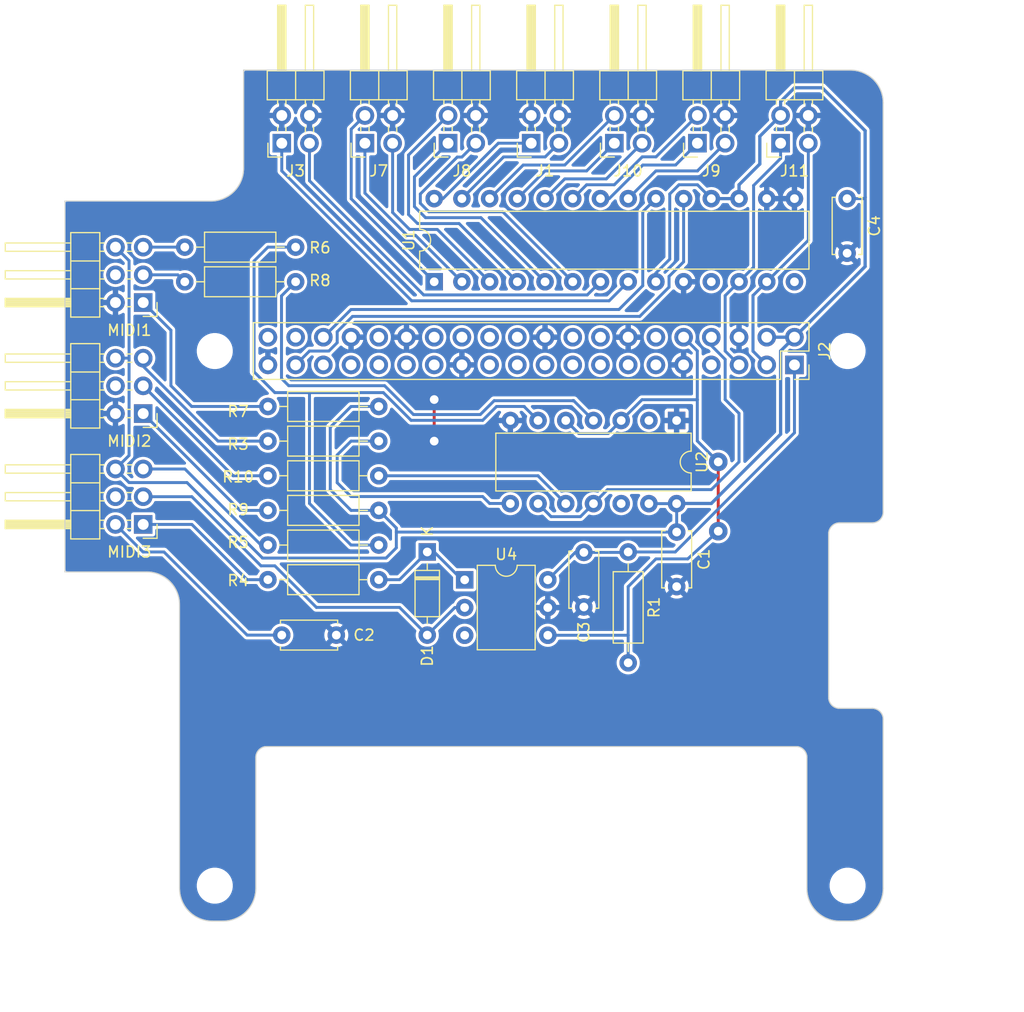
<source format=kicad_pcb>
(kicad_pcb (version 20240108) (generator "pcbnew") (generator_version "8.0")
  (title_block (date "15 nov 2012"))
  (layers (0 "F.Cu" signal) (31 "B.Cu" signal) (34 "B.Paste" user) (35 "F.Paste" user) (36 "B.SilkS" user "B.Silkscreen") (37 "F.SilkS" user "F.Silkscreen") (38 "B.Mask" user) (39 "F.Mask" user) (44 "Edge.Cuts" user))
  (net 0 "")
  (net 1 "GND")
  (net 2 "+5V")
  (net 3 "+3.3V")
  (net 4 "Net-(MIDI3-Pin_2)")
  (net 5 "Net-(D1-K)")
  (net 6 "Net-(D1-A)")
  (net 7 "/SDA")
  (net 8 "/SCK")
  (net 10 "/MIDI_OUT")
  (net 11 "/MIDI_IN")
  (net 32 "/INTA")
  (net 33 "/INTB")
  (net 36 "/GPA6")
  (net 37 "/GPA7")
  (net 38 "/GPB6")
  (net 39 "/GPB7")
  (net 40 "Net-(MIDI1-Pin_1)")
  (net 41 "Net-(MIDI2-Pin_1)")
  (net 42 "Net-(MIDI3-Pin_1)")
  (net 43 "Net-(R8-Pad2)")
  (net 44 "Net-(R3-Pad2)")
  (net 45 "Net-(R5-Pad2)")
  (net 46 "Net-(R10-Pad2)")
  (net 50 "Net-(MIDI1-Pin_3)")
  (net 51 "Net-(MIDI1-Pin_5)")
  (net 52 "Net-(MIDI2-Pin_3)")
  (net 53 "Net-(MIDI2-Pin_5)")
  (net 54 "Net-(MIDI3-Pin_5)")
  (net 55 "/GPB1")
  (net 56 "/GPB2")
  (net 57 "/GPB0")
  (net 58 "/GPB4")
  (net 59 "/GPB5")
  (net 60 "/GPB3")
  (net 61 "/GPA1")
  (net 62 "/GPA2")
  (net 63 "/GPA0")
  (net 64 "/GPA4")
  (net 65 "/GPA5")
  (net 66 "/GPA3")
  (footprint "Resistor_THT:R_Axial_DIN0207_L6.3mm_D2.5mm_P10.16mm_Horizontal" (layer "F.Cu") (at 168.70868 116.95868)
    (property "Reference" "R5")
    (property "Value" "1k")
  )
  (footprint "Connector_PinSocket_2.54mm:PinSocket_2x20_P2.54mm_Vertical" (layer "F.Cu") (at 216.96868 100.44868 -90)
    (property "Reference" "J2")
    (property "Value" "Raspberry_Pi_2_3")
  )
  (footprint "Resistor_THT:R_Axial_DIN0207_L6.3mm_D2.5mm_P10.16mm_Horizontal" (layer "F.Cu") (at 168.70868 107.43368)
    (property "Reference" "R3")
    (property "Value" "1k")
  )
  (footprint "MountingHole:MountingHole_2.7mm_M2.5" (layer "F.Cu") (at 221.83868 99.17868)
    (property "Reference" "MH2" (hide yes))
    (property "Value" "MountingHole")
  )
  (footprint "Resistor_THT:R_Axial_DIN0207_L6.3mm_D2.5mm_P10.16mm_Horizontal" (layer "F.Cu") (at 168.70868 113.78368)
    (property "Reference" "R9")
    (property "Value" "220")
  )
  (footprint "Connector_PinHeader_2.54mm:PinHeader_2x03_P2.54mm_Horizontal" (layer "F.Cu") (at 157.27868 94.73368 180)
    (property "Reference" "MIDI1")
    (property "Value" "MIDI_THRU")
  )
  (footprint "Connector_PinHeader_2.54mm:PinHeader_2x03_P2.54mm_Horizontal" (layer "F.Cu") (at 157.27868 104.90868 180)
    (property "Reference" "MIDI2")
    (property "Value" "MIDI_OUT")
  )
  (footprint "Connector_PinHeader_2.54mm:PinHeader_2x03_P2.54mm_Horizontal" (layer "F.Cu") (at 157.27868 115.06868 180)
    (property "Reference" "MIDI3")
    (property "Value" "MIDI_IN")
  )
  (footprint "Resistor_THT:R_Axial_DIN0207_L6.3mm_D2.5mm_P10.16mm_Horizontal" (layer "F.Cu") (at 168.70868 120.13368)
    (property "Reference" "R4")
    (property "Value" "220")
  )
  (footprint "Connector_PinHeader_2.54mm:PinHeader_2x02_P2.54mm_Horizontal" (layer "F.Cu") (at 200.45868 80.12868 90)
    (property "Reference" "J10")
    (property "Value" "Ctrl-2")
  )
  (footprint "Package_DIP:DIP-6_W7.62mm" (layer "F.Cu") (at 186.74268 120.14868)
    (property "Reference" "U4")
    (property "Value" "H11L1")
  )
  (footprint "Connector_PinHeader_2.54mm:PinHeader_2x02_P2.54mm_Horizontal" (layer "F.Cu") (at 177.59868 80.12868 90)
    (property "Reference" "J7")
    (property "Value" "Ctrl-3")
  )
  (footprint "Resistor_THT:R_Axial_DIN0207_L6.3mm_D2.5mm_P10.16mm_Horizontal" (layer "F.Cu") (at 161.08868 92.82868)
    (property "Reference" "R8")
    (property "Value" "220")
  )
  (footprint "Resistor_THT:R_Axial_DIN0207_L6.3mm_D2.5mm_P10.16mm_Horizontal" (layer "F.Cu") (at 168.70868 110.60868)
    (property "Reference" "R10")
    (property "Value" "220")
  )
  (footprint "Capacitor_THT:C_Disc_D5.0mm_W2.5mm_P5.00mm" (layer "F.Cu") (at 197.66468 117.63368 -90)
    (property "Reference" "C3")
    (property "Value" "100n")
  )
  (footprint "MountingHole:MountingHole_2.7mm_M2.5" (layer "F.Cu") (at 163.83868 148.17868)
    (property "Reference" "MH3" (hide yes))
    (property "Value" "MountingHole")
  )
  (footprint "Connector_PinHeader_2.54mm:PinHeader_2x02_P2.54mm_Horizontal" (layer "F.Cu") (at 185.21868 80.12868 90)
    (property "Reference" "J8")
    (property "Value" "Ctrl-4")
  )
  (footprint "Resistor_THT:R_Axial_DIN0207_L6.3mm_D2.5mm_P10.16mm_Horizontal" (layer "F.Cu") (at 168.70868 104.25868)
    (property "Reference" "R7")
    (property "Value" "220")
  )
  (footprint "MountingHole:MountingHole_2.7mm_M2.5" (layer "F.Cu") (at 163.83868 99.17868)
    (property "Reference" "MH1" (hide yes))
    (property "Value" "MountingHole")
  )
  (footprint "Diode_THT:D_DO-35_SOD27_P7.62mm_Horizontal" (layer "F.Cu") (at 183.31368 117.59368 -90)
    (property "Reference" "D1")
    (property "Value" "1N4148")
  )
  (footprint "Package_DIP:DIP-28_W7.62mm" (layer "F.Cu") (at 183.94868 92.82868 90)
    (property "Reference" "U1")
    (property "Value" "MCP23017_SP")
  )
  (footprint "Connector_PinHeader_2.54mm:PinHeader_2x02_P2.54mm_Horizontal" (layer "F.Cu") (at 208.07368 80.12868 90)
    (property "Reference" "J9")
    (property "Value" "Ctrl-1")
  )
  (footprint "Resistor_THT:R_Axial_DIN0207_L6.3mm_D2.5mm_P10.16mm_Horizontal" (layer "F.Cu") (at 161.08868 89.65368)
    (property "Reference" "R6")
    (property "Value" "1k")
  )
  (footprint "Resistor_THT:R_Axial_DIN0207_L6.3mm_D2.5mm_P10.16mm_Horizontal" (layer "F.Cu") (at 201.72868 117.59368 -90)
    (property "Reference" "R1")
    (property "Value" "470")
  )
  (footprint "Capacitor_THT:C_Disc_D5.0mm_W2.5mm_P5.00mm" (layer "F.Cu") (at 206.17368 115.76868 -90)
    (property "Reference" "C1")
    (property "Value" "100n")
  )
  (footprint "MountingHole:MountingHole_2.7mm_M2.5" (layer "F.Cu") (at 221.83868 148.17868)
    (property "Reference" "MH4" (hide yes))
    (property "Value" "MountingHole")
  )
  (footprint "Capacitor_THT:C_Disc_D5.0mm_W2.5mm_P5.00mm" (layer "F.Cu") (at 221.79468 85.20868 -90)
    (property "Reference" "C4")
    (property "Value" "100n")
  )
  (footprint "Package_DIP:DIP-14_W7.62mm" (layer "F.Cu") (at 206.16868 105.54368 -90)
    (property "Reference" "U2")
    (property "Value" "74LS07")
  )
  (footprint "Connector_PinHeader_2.54mm:PinHeader_2x02_P2.54mm_Horizontal" (layer "F.Cu") (at 169.97868 80.12868 90)
    (property "Reference" "J3")
    (property "Value" "Btn-2")
  )
  (footprint "Capacitor_THT:C_Disc_D5.0mm_W2.5mm_P5.00mm" (layer "F.Cu") (at 169.97868 125.21368)
    (property "Reference" "C2")
    (property "Value" "100n")
  )
  (footprint "Connector_PinHeader_2.54mm:PinHeader_2x02_P2.54mm_Horizontal" (layer "F.Cu") (at 215.69868 80.12868 90)
    (property "Reference" "J11")
    (property "Value" "Display")
  )
  (footprint "Connector_PinHeader_2.54mm:PinHeader_2x02_P2.54mm_Horizontal" (layer "F.Cu") (at 192.83868 80.12868 90)
    (property "Reference" "J1")
    (property "Value" "Btn-1")
  )
  (gr_line (start 225.105407 113.926361) (end 225.105407 76.426361) (stroke (width 0.1)) (layer "Edge.Cuts"))
  (gr_line (start 222.105407 73.426361) (end 166.47868 73.426361) (stroke (width 0.1)) (layer "Edge.Cuts"))
  (gr_line (start 160.605407 122.426361) (end 160.605407 148.426361) (stroke (width 0.1)) (layer "Edge.Cuts"))
  (gr_arc (start 167.605407 148.426361) (mid 166.726727 150.547681) (end 164.605407 151.426361) (stroke (width 0.1)) (layer "Edge.Cuts"))
  (gr_arc (start 220.105407 115.926361) (mid 220.3983 115.219254) (end 221.105407 114.926361) (stroke (width 0.1)) (layer "Edge.Cuts"))
  (gr_line (start 150.105407 119.426361) (end 157.605407 119.426361) (stroke (width 0.1)) (layer "Edge.Cuts"))
  (gr_arc (start 157.605407 119.426361) (mid 159.726727 120.305041) (end 160.605407 122.426361) (stroke (width 0.1)) (layer "Edge.Cuts"))
  (gr_line (start 168.605407 135.426361) (end 217.105407 135.426361) (stroke (width 0.1)) (layer "Edge.Cuts"))
  (gr_line (start 167.605407 148.426361) (end 167.605407 136.426361) (stroke (width 0.1)) (layer "Edge.Cuts"))
  (gr_arc (start 221.105407 131.926361) (mid 220.3983 131.633468) (end 220.105407 130.926361) (stroke (width 0.1)) (layer "Edge.Cuts"))
  (gr_line (start 221.105407 151.426361) (end 222.105407 151.426361) (stroke (width 0.1)) (layer "Edge.Cuts"))
  (gr_line (start 220.105407 130.926361) (end 220.105407 115.926361) (stroke (width 0.1)) (layer "Edge.Cuts"))
  (gr_line (start 163.478687 85.426361) (end 150.105407 85.426361) (stroke (width 0.1)) (layer "Edge.Cuts"))
  (gr_arc (start 217.105407 135.426361) (mid 217.812514 135.719254) (end 218.105407 136.426361) (stroke (width 0.1)) (layer "Edge.Cuts"))
  (gr_line (start 150.105407 85.426361) (end 150.105407 119.426361) (stroke (width 0.1)) (layer "Edge.Cuts"))
  (gr_arc (start 222.105407 73.426361) (mid 224.226727 74.305041) (end 225.105407 76.426361) (stroke (width 0.1)) (layer "Edge.Cuts"))
  (gr_arc (start 225.105407 148.426361) (mid 224.226727 150.547681) (end 222.105407 151.426361) (stroke (width 0.1)) (layer "Edge.Cuts"))
  (gr_arc (start 163.605407 151.426361) (mid 161.484087 150.547681) (end 160.605407 148.426361) (stroke (width 0.1)) (layer "Edge.Cuts"))
  (gr_line (start 166.47868 73.426361) (end 166.47868 82.426361) (stroke (width 0.1)) (layer "Edge.Cuts"))
  (gr_arc (start 225.105407 113.926361) (mid 224.812514 114.633468) (end 224.105407 114.926361) (stroke (width 0.1)) (layer "Edge.Cuts"))
  (gr_arc (start 167.605407 136.426361) (mid 167.8983 135.719254) (end 168.605407 135.426361) (stroke (width 0.1)) (layer "Edge.Cuts"))
  (gr_arc (start 224.105407 131.926361) (mid 224.812514 132.219254) (end 225.105407 132.926361) (stroke (width 0.1)) (layer "Edge.Cuts"))
  (gr_line (start 218.105407 136.426361) (end 218.105407 148.426361) (stroke (width 0.1)) (layer "Edge.Cuts"))
  (gr_line (start 163.605407 151.426361) (end 164.605407 151.426361) (stroke (width 0.1)) (layer "Edge.Cuts"))
  (gr_line (start 225.105407 148.426361) (end 225.105407 132.926361) (stroke (width 0.1)) (layer "Edge.Cuts"))
  (gr_arc (start 221.105407 151.426361) (mid 218.984087 150.547681) (end 218.105407 148.426361) (stroke (width 0.1)) (layer "Edge.Cuts"))
  (gr_arc (start 166.478641 82.426361) (mid 165.599989 84.547677) (end 163.478687 85.426361) (stroke (width 0.1)) (layer "Edge.Cuts"))
  (gr_line (start 221.105407 114.926361) (end 224.105407 114.926361) (stroke (width 0.1)) (layer "Edge.Cuts"))
  (gr_line (start 224.105407 131.926361) (end 221.105407 131.926361) (stroke (width 0.1)) (layer "Edge.Cuts"))
  (segment (start 183.94868 103.62368) (end 183.94868 107.43368) (width 0.27) (layer "F.Cu") (net 1))
  (via (at 183.94868 107.43368) (size 1.7) (drill 0.8) (layers "F.Cu" "B.Cu") (net 1))
  (via (at 183.94868 103.62368) (size 1.7) (drill 0.8) (layers "F.Cu" "B.Cu") (net 1))
  (segment (start 211.88868 83.93868) (end 213.79368 82.03368) (width 0.3) (layer "B.Cu") (net 2))
  (segment (start 155.98368 90.89868) (end 155.98368 99.81368) (width 0.27) (layer "B.Cu") (net 2))
  (segment (start 215.69868 76.31868) (end 215.69868 77.58868) (width 0.3) (layer "B.Cu") (net 2))
  (segment (start 161.293694 111.23368) (end 168.213694 118.15368) (width 0.27) (layer "B.Cu") (net 2))
  (segment (start 179.53868 118.15368) (end 180.47868 117.21368) (width 0.27) (layer "B.Cu") (net 2))
  (segment (start 180.47868 115.76868) (end 180.47868 115.39368) (width 0.27) (layer "B.Cu") (net 2))
  (segment (start 174.42368 106.16368) (end 176.32868 104.25868) (width 0.27) (layer "B.Cu") (net 2))
  (segment (start 211.88868 85.20868) (end 211.88868 83.93868) (width 0.3) (layer "B.Cu") (net 2))
  (segment (start 208.07868 83.93868) (end 209.34868 85.20868) (width 0.27) (layer "B.Cu") (net 2))
  (segment (start 213.79368 79.49368) (end 215.69868 77.58868) (width 0.3) (layer "B.Cu") (net 2))
  (segment (start 155.98368 99.81368) (end 155.98368 108.74368) (width 0.27) (layer "B.Cu") (net 2))
  (segment (start 155.96868 99.82868) (end 155.98368 99.81368) (width 0.27) (layer "B.Cu") (net 2))
  (segment (start 154.73868 89.65368) (end 155.98368 90.89868) (width 0.27) (layer "B.Cu") (net 2))
  (segment (start 205.53868 84.781666) (end 206.381666 83.93868) (width 0.27) (layer "B.Cu") (net 2))
  (segment (start 180.47868 115.39368) (end 178.86868 113.78368) (width 0.27) (layer "B.Cu") (net 2))
  (segment (start 180.47868 117.21368) (end 180.47868 115.76868) (width 0.27) (layer "B.Cu") (net 2))
  (segment (start 154.73868 99.82868) (end 155.96868 99.82868) (width 0.27) (layer "B.Cu") (net 2))
  (segment (start 174.42368 111.87868) (end 174.42368 106.16368) (width 0.27) (layer "B.Cu") (net 2))
  (segment (start 223.44568 91.43168) (end 223.44568 85.08168) (width 0.3) (layer "B.Cu") (net 2))
  (segment (start 155.98368 111.23368) (end 161.293694 111.23368) (width 0.27) (layer "B.Cu") (net 2))
  (segment (start 204.26868 92.02868) (end 205.53868 90.75868) (width 0.27) (layer "B.Cu") (net 2))
  (segment (start 214.42868 97.90868) (end 216.96868 97.90868) (width 0.3) (layer "B.Cu") (net 2))
  (segment (start 206.17368 115.76868) (end 180.47868 115.76868) (width 0.27) (layer "B.Cu") (net 2))
  (segment (start 216.96868 97.90868) (end 215.69868 99.17868) (width 0.3) (layer "B.Cu") (net 2))
  (segment (start 219.50868 75.04868) (end 216.96868 75.04868) (width 0.3) (layer "B.Cu") (net 2))
  (segment (start 223.31868 85.20868) (end 223.44568 85.08168) (width 0.27) (layer "B.Cu") (net 2))
  (segment (start 216.96868 97.90868) (end 223.44568 91.43168) (width 0.3) (layer "B.Cu") (net 2))
  (segment (start 155.98368 108.74368) (end 154.73868 109.98868) (width 0.27) (layer "B.Cu") (net 2))
  (segment (start 216.96868 75.04868) (end 215.69868 76.31868) (width 0.3) (layer "B.Cu") (net 2))
  (segment (start 178.86868 113.78368) (end 176.32868 113.78368) (width 0.27) (layer "B.Cu") (net 2))
  (segment (start 223.44568 85.08168) (end 223.44568 78.98568) (width 0.3) (layer "B.Cu") (net 2))
  (segment (start 206.17368 115.76868) (end 206.17368 113.14868) (width 0.27) (layer "B.Cu") (net 2))
  (segment (start 215.69868 99.17868) (end 215.69868 106.79868) (width 0.3) (layer "B.Cu") (net 2))
  (segment (start 209.34868 85.20868) (end 211.88868 85.20868) (width 0.3) (layer "B.Cu") (net 2))
  (segment (start 154.73868 109.98868) (end 155.98368 111.23368) (width 0.27) (layer "B.Cu") (net 2))
  (segment (start 206.381666 83.93868) (end 208.07868 83.93868) (width 0.27) (layer "B.Cu") (net 2))
  (segment (start 223.44568 78.98568) (end 219.50868 75.04868) (width 0.3) (layer "B.Cu") (net 2))
  (segment (start 204.26868 92.82868) (end 204.26868 92.02868) (width 0.27) (layer "B.Cu") (net 2))
  (segment (start 209.34868 113.14868) (end 206.17368 113.14868) (width 0.3) (layer "B.Cu") (net 2))
  (segment (start 168.213694 118.15368) (end 179.53868 118.15368) (width 0.27) (layer "B.Cu") (net 2))
  (segment (start 176.32868 113.78368) (end 174.42368 111.87868) (width 0.27) (layer "B.Cu") (net 2))
  (segment (start 215.69868 106.79868) (end 209.34868 113.14868) (width 0.3) (layer "B.Cu") (net 2))
  (segment (start 221.79468 85.20868) (end 223.31868 85.20868) (width 0.27) (layer "B.Cu") (net 2))
  (segment (start 205.53868 90.75868) (end 205.53868 84.781666) (width 0.27) (layer "B.Cu") (net 2))
  (segment (start 203.62868 113.16368) (end 206.16868 113.16368) (width 0.27) (layer "B.Cu") (net 2))
  (segment (start 176.32868 104.25868) (end 178.86868 104.25868) (width 0.27) (layer "B.Cu") (net 2))
  (segment (start 213.79368 82.03368) (end 213.79368 79.49368) (width 0.3) (layer "B.Cu") (net 2))
  (segment (start 201.72868 117.59368) (end 206.045694 117.59368) (width 0.27) (layer "B.Cu") (net 3))
  (segment (start 201.47468 117.59368) (end 201.43468 117.63368) (width 0.27) (layer "B.Cu") (net 3))
  (segment (start 197.66468 117.63368) (end 196.87768 117.63368) (width 0.27) (layer "B.Cu") (net 3))
  (segment (start 216.96868 106.670694) (end 216.96868 100.44868) (width 0.27) (layer "B.Cu") (net 3))
  (segment (start 201.72868 117.59368) (end 201.47468 117.59368) (width 0.27) (layer "B.Cu") (net 3))
  (segment (start 196.87768 117.63368) (end 194.36268 120.14868) (width 0.27) (layer "B.Cu") (net 3))
  (segment (start 206.045694 117.59368) (end 216.96868 106.670694) (width 0.27) (layer "B.Cu") (net 3))
  (segment (start 201.43468 117.63368) (end 197.66468 117.63368) (width 0.27) (layer "B.Cu") (net 3))
  (segment (start 154.73868 115.06868) (end 157.26368 117.59368) (width 0.27) (layer "B.Cu") (net 4))
  (segment (start 157.26368 117.59368) (end 159.18368 117.59368) (width 0.27) (layer "B.Cu") (net 4))
  (segment (start 166.80368 125.21368) (end 169.97868 125.21368) (width 0.27) (layer "B.Cu") (net 4))
  (segment (start 159.18368 117.59368) (end 166.80368 125.21368) (width 0.27) (layer "B.Cu") (net 4))
  (segment (start 186.48868 120.13368) (end 183.94868 117.59368) (width 0.27) (layer "B.Cu") (net 5))
  (segment (start 178.86868 120.13368) (end 180.77368 120.13368) (width 0.27) (layer "B.Cu") (net 5))
  (segment (start 183.31368 117.59368) (end 180.77368 120.13368) (width 0.27) (layer "B.Cu") (net 5))
  (segment (start 169.34368 118.86368) (end 173.15368 122.67368) (width 0.27) (layer "B.Cu") (net 6))
  (segment (start 185.83868 122.68868) (end 186.74268 122.68868) (width 0.27) (layer "B.Cu") (net 6))
  (segment (start 173.15368 122.67368) (end 180.77368 122.67368) (width 0.27) (layer "B.Cu") (net 6))
  (segment (start 157.27868 112.52868) (end 161.73868 112.52868) (width 0.27) (layer "B.Cu") (net 6))
  (segment (start 180.77368 122.67368) (end 183.31368 125.21368) (width 0.27) (layer "B.Cu") (net 6))
  (segment (start 161.73868 112.52868) (end 168.07368 118.86368) (width 0.27) (layer "B.Cu") (net 6))
  (segment (start 168.07368 118.86368) (end 169.34368 118.86368) (width 0.27) (layer "B.Cu") (net 6))
  (segment (start 183.31368 125.21368) (end 185.83868 122.68868) (width 0.27) (layer "B.Cu") (net 6))
  (segment (start 214.42868 100.44868) (end 213.16868 99.18868) (width 0.28) (layer "B.Cu") (net 7))
  (segment (start 213.16868 99.18868) (end 213.16868 94.08868) (width 0.28) (layer "B.Cu") (net 7))
  (segment (start 218.23868 89.01868) (end 214.42868 92.82868) (width 0.27) (layer "B.Cu") (net 7))
  (segment (start 214.42868 92.82868) (end 213.17368 94.08368) (width 0.27) (layer "B.Cu") (net 7))
  (segment (start 213.16868 94.08868) (end 213.17368 94.08368) (width 0.28) (layer "B.Cu") (net 7))
  (segment (start 218.23868 80.12868) (end 218.23868 89.01868) (width 0.27) (layer "B.Cu") (net 7))
  (segment (start 213.22368 91.49368) (end 213.22368 84.00368) (width 0.27) (layer "B.Cu") (net 8))
  (segment (start 213.22368 84.00368) (end 215.69868 81.52868) (width 0.27) (layer "B.Cu") (net 8))
  (segment (start 215.69868 81.52868) (end 215.69868 80.12868) (width 0.27) (layer "B.Cu") (net 8))
  (segment (start 210.61868 99.17868) (end 211.88868 100.44868) (width 0.27) (layer "B.Cu") (net 8))
  (segment (start 211.88868 92.82868) (end 210.61868 94.09868) (width 0.27) (layer "B.Cu") (net 8))
  (segment (start 211.88868 92.82868) (end 213.22368 91.49368) (width 0.27) (layer "B.Cu") (net 8))
  (segment (start 210.61868 94.09868) (end 210.61868 99.17868) (width 0.27) (layer "B.Cu") (net 8))
  (segment (start 194.66368 114.35868) (end 197.35368 114.35868) (width 0.27) (layer "B.Cu") (net 10))
  (segment (start 211.88868 109.33868) (end 211.88868 104.89368) (width 0.27) (layer "B.Cu") (net 10))
  (segment (start 197.35368 114.35868) (end 198.54868 113.16368) (width 0.27) (layer "B.Cu") (net 10))
  (segment (start 209.34868 111.87868) (end 211.88868 109.33868) (width 0.27) (layer "B.Cu") (net 10))
  (segment (start 211.88868 104.89368) (end 210.61868 103.62368) (width 0.27) (layer "B.Cu") (net 10))
  (segment (start 210.61868 99.945488) (end 209.34868 98.675488) (width 0.27) (layer "B.Cu") (net 10))
  (segment (start 209.34868 98.675488) (end 209.34868 97.90868) (width 0.27) (layer "B.Cu") (net 10))
  (segment (start 193.46868 113.16368) (end 194.66368 114.35868) (width 0.27) (layer "B.Cu") (net 10))
  (segment (start 199.83368 111.87868) (end 209.34868 111.87868) (width 0.27) (layer "B.Cu") (net 10))
  (segment (start 210.61868 103.62368) (end 210.61868 99.945488) (width 0.27) (layer "B.Cu") (net 10))
  (segment (start 198.54868 113.16368) (end 199.83368 111.87868) (width 0.27) (layer "B.Cu") (net 10))
  (segment (start 209.98368 115.68868) (end 209.98368 109.33868) (width 0.27) (layer "F.Cu") (net 11))
  (via (at 209.98368 115.68868) (size 1.7) (drill 0.8) (layers "F.Cu" "B.Cu") (net 11))
  (via (at 209.98368 109.33868) (size 1.7) (drill 0.8) (layers "F.Cu" "B.Cu") (net 11))
  (segment (start 196.00868 105.54368) (end 197.20368 106.73868) (width 0.27) (layer "B.Cu") (net 11))
  (segment (start 208.06368 103.63868) (end 208.06368 107.41868) (width 0.27) (layer "B.Cu") (net 11))
  (segment (start 201.72868 125.24368) (end 201.71368 125.22868) (width 0.27) (layer "B.Cu") (net 11))
  (segment (start 208.06368 103.63868) (end 202.99368 103.63868) (width 0.27) (layer "B.Cu") (net 11))
  (segment (start 199.89368 106.73868) (end 201.08868 105.54368) (width 0.27) (layer "B.Cu") (net 11))
  (segment (start 194.36268 125.22868) (end 201.71368 125.22868) (width 0.27) (layer "B.Cu") (net 11))
  (segment (start 201.72868 120.76868) (end 201.72868 125.21368) (width 0.27) (layer "B.Cu") (net 11))
  (segment (start 204.26868 118.22868) (end 201.72868 120.76868) (width 0.27) (layer "B.Cu") (net 11))
  (segment (start 207.184826 118.22868) (end 204.26868 118.22868) (width 0.27) (layer "B.Cu") (net 11))
  (segment (start 208.06368 99.16368) (end 208.06368 103.63868) (width 0.27) (layer "B.Cu") (net 11))
  (segment (start 206.80868 97.90868) (end 208.06368 99.16368) (width 0.27) (layer "B.Cu") (net 11))
  (segment (start 201.71368 125.22868) (end 201.72868 125.21368) (width 0.27) (layer "B.Cu") (net 11))
  (segment (start 209.98368 115.68868) (end 207.184826 118.22868) (width 0.27) (layer "B.Cu") (net 11))
  (segment (start 201.72868 127.75368) (end 201.72868 125.24368) (width 0.27) (layer "B.Cu") (net 11))
  (segment (start 208.06368 107.41868) (end 209.98368 109.33868) (width 0.27) (layer "B.Cu") (net 11))
  (segment (start 197.20368 106.73868) (end 199.89368 106.73868) (width 0.27) (layer "B.Cu") (net 11))
  (segment (start 202.99368 103.63868) (end 201.08868 105.54368) (width 0.27) (layer "B.Cu") (net 11))
  (segment (start 203.06368 93.190694) (end 200.885694 95.36868) (width 0.27) (layer "B.Cu") (net 32))
  (segment (start 176.32868 95.36868) (end 173.78868 97.90868) (width 0.27) (layer "B.Cu") (net 32))
  (segment (start 203.06368 86.41368) (end 203.06368 93.190694) (width 0.27) (layer "B.Cu") (net 32))
  (segment (start 200.885694 95.36868) (end 176.32868 95.36868) (width 0.27) (layer "B.Cu") (net 32))
  (segment (start 204.26868 85.20868) (end 203.06368 86.41368) (width 0.27) (layer "B.Cu") (net 32))
  (segment (start 176.460488 96.00368) (end 175.05868 97.405488) (width 0.27) (layer "B.Cu") (net 33))
  (segment (start 175.05868 98.411872) (end 174.291872 99.17868) (width 0.27) (layer "B.Cu") (net 33))
  (segment (start 175.05868 97.405488) (end 175.05868 98.411872) (width 0.27) (layer "B.Cu") (net 33))
  (segment (start 174.291872 99.17868) (end 172.51868 99.17868) (width 0.27) (layer "B.Cu") (net 33))
  (segment (start 205.47368 93.320694) (end 202.790694 96.00368) (width 0.27) (layer "B.Cu") (net 33))
  (segment (start 172.51868 99.17868) (end 171.24868 100.44868) (width 0.27) (layer "B.Cu") (net 33))
  (segment (start 206.80868 91.001666) (end 205.47368 92.336666) (width 0.27) (layer "B.Cu") (net 33))
  (segment (start 202.790694 96.00368) (end 176.460488 96.00368) (width 0.27) (layer "B.Cu") (net 33))
  (segment (start 205.47368 92.336666) (end 205.47368 93.320694) (width 0.27) (layer "B.Cu") (net 33))
  (segment (start 206.80868 85.20868) (end 206.80868 91.001666) (width 0.27) (layer "B.Cu") (net 33))
  (segment (start 190.31368 81.38368) (end 194.12368 81.38368) (width 0.27) (layer "B.Cu") (net 36))
  (segment (start 186.48868 85.20868) (end 190.31368 81.38368) (width 0.27) (layer "B.Cu") (net 36))
  (segment (start 194.12368 81.38368) (end 195.37868 80.12868) (width 0.27) (layer "B.Cu") (net 36))
  (segment (start 184.74868 85.20868) (end 189.82868 80.12868) (width 0.27) (layer "B.Cu") (net 37))
  (segment (start 189.82868 80.12868) (end 192.83868 80.12868) (width 0.27) (layer "B.Cu") (net 37))
  (segment (start 183.94868 85.20868) (end 184.74868 85.20868) (width 0.27) (layer "B.Cu") (net 37))
  (segment (start 182.980922 94.03368) (end 172.51868 83.571438) (width 0.27) (layer "B.Cu") (net 38))
  (segment (start 197.98368 94.03368) (end 182.980922 94.03368) (width 0.27) (layer "B.Cu") (net 38))
  (segment (start 199.18868 92.82868) (end 197.98368 94.03368) (width 0.27) (layer "B.Cu") (net 38))
  (segment (start 172.51868 83.571438) (end 172.51868 80.12868) (width 0.27) (layer "B.Cu") (net 38))
  (segment (start 181.88368 94.57368) (end 169.97868 82.66868) (width 0.27) (layer "B.Cu") (net 39))
  (segment (start 201.72868 92.82868) (end 199.98368 94.57368) (width 0.27) (layer "B.Cu") (net 39))
  (segment (start 169.97868 82.66868) (end 169.97868 80.12868) (width 0.27) (layer "B.Cu") (net 39))
  (segment (start 199.98368 94.57368) (end 181.88368 94.57368) (width 0.27) (layer "B.Cu") (net 39))
  (segment (start 159.81868 97.27368) (end 159.81868 102.35368) (width 0.27) (layer "B.Cu") (net 40))
  (segment (start 159.81868 102.35368) (end 161.72368 104.25868) (width 0.27) (layer "B.Cu") (net 40))
  (segment (start 161.72368 104.25868) (end 168.70868 104.25868) (width 0.27) (layer "B.Cu") (net 40))
  (segment (start 157.27868 94.73368) (end 159.81868 97.27368) (width 0.27) (layer "B.Cu") (net 40))
  (segment (start 157.27868 104.90868) (end 166.15368 113.78368) (width 0.27) (layer "B.Cu") (net 41))
  (segment (start 166.15368 113.78368) (end 168.70868 113.78368) (width 0.27) (layer "B.Cu") (net 41))
  (segment (start 161.73868 115.06868) (end 166.80368 120.13368) (width 0.27) (layer "B.Cu") (net 42))
  (segment (start 166.80368 120.13368) (end 168.70868 120.13368) (width 0.27) (layer "B.Cu") (net 42))
  (segment (start 157.27868 115.06868) (end 161.73868 115.06868) (width 0.27) (layer "B.Cu") (net 42))
  (segment (start 169.95368 94.12368) (end 169.95368 101.69368) (width 0.27) (layer "B.Cu") (net 43))
  (segment (start 189.444146 103.72868) (end 196.64868 103.72868) (width 0.27) (layer "B.Cu") (net 43))
  (segment (start 170.61368 102.35368) (end 179.4032 102.35368) (width 0.27) (layer "B.Cu") (net 43))
  (segment (start 171.24868 92.82868) (end 169.95368 94.12368) (width 0.27) (layer "B.Cu") (net 43))
  (segment (start 196.73368 103.72868) (end 196.64868 103.72868) (width 0.27) (layer "B.Cu") (net 43))
  (segment (start 196.75368 103.72868) (end 196.64868 103.72868) (width 0.27) (layer "B.Cu") (net 43))
  (segment (start 188.174146 104.99868) (end 189.444146 103.72868) (width 0.27) (layer "B.Cu") (net 43))
  (segment (start 179.4032 102.35368) (end 182.0482 104.99868) (width 0.27) (layer "B.Cu") (net 43))
  (segment (start 169.95368 101.69368) (end 170.61368 102.35368) (width 0.27) (layer "B.Cu") (net 43))
  (segment (start 198.54868 105.54368) (end 196.73368 103.72868) (width 0.27) (layer "B.Cu") (net 43))
  (segment (start 182.0482 104.99868) (end 188.174146 104.99868) (width 0.27) (layer "B.Cu") (net 43))
  (segment (start 189.02868 113.14868) (end 190.93368 113.14868) (width 0.27) (layer "B.Cu") (net 44))
  (segment (start 176.32868 107.43368) (end 175.05868 108.70368) (width 0.27) (layer "B.Cu") (net 44))
  (segment (start 176.32868 112.51368) (end 188.39368 112.51368) (width 0.27) (layer "B.Cu") (net 44))
  (segment (start 176.32868 107.43368) (end 178.86868 107.43368) (width 0.27) (layer "B.Cu") (net 44))
  (segment (start 175.05868 108.70368) (end 175.05868 111.24368) (width 0.27) (layer "B.Cu") (net 44))
  (segment (start 188.39368 112.51368) (end 189.02868 113.14868) (width 0.27) (layer "B.Cu") (net 44))
  (segment (start 175.05868 111.24368) (end 176.32868 112.51368) (width 0.27) (layer "B.Cu") (net 44))
  (segment (start 172.51868 102.98868) (end 169.34368 102.98868) (width 0.27) (layer "B.Cu") (net 45))
  (segment (start 167.43868 101.08368) (end 167.43868 90.92368) (width 0.27) (layer "B.Cu") (net 45))
  (segment (start 189.66368 104.25868) (end 192.20368 104.25868) (width 0.27) (layer "B.Cu") (net 45))
  (segment (start 167.43868 90.92368) (end 168.70868 89.65368) (width 0.27) (layer "B.Cu") (net 45))
  (segment (start 181.828666 105.52868) (end 179.288666 102.98868) (width 0.27) (layer "B.Cu") (net 45))
  (segment (start 172.51868 102.98868) (end 179.288666 102.98868) (width 0.27) (layer "B.Cu") (net 45))
  (segment (start 188.39368 105.52868) (end 181.828666 105.52868) (width 0.27) (layer "B.Cu") (net 45))
  (segment (start 176.32868 116.95868) (end 172.51868 113.14868) (width 0.27) (layer "B.Cu") (net 45))
  (segment (start 176.32868 116.95868) (end 178.86868 116.95868) (width 0.27) (layer "B.Cu") (net 45))
  (segment (start 188.39368 105.52868) (end 189.66368 104.25868) (width 0.27) (layer "B.Cu") (net 45))
  (segment (start 192.20368 104.27868) (end 193.46868 105.54368) (width 0.27) (layer "B.Cu") (net 45))
  (segment (start 192.20368 104.25868) (end 192.20368 104.27868) (width 0.27) (layer "B.Cu") (net 45))
  (segment (start 171.24868 89.65368) (end 168.70868 89.65368) (width 0.27) (layer "B.Cu") (net 45))
  (segment (start 169.34368 102.98868) (end 167.43868 101.08368) (width 0.27) (layer "B.Cu") (net 45))
  (segment (start 172.51868 113.14868) (end 172.51868 102.98868) (width 0.27) (layer "B.Cu") (net 45))
  (segment (start 196.00868 113.16368) (end 193.47368 110.62868) (width 0.27) (layer "B.Cu") (net 46))
  (segment (start 178.86868 110.60868) (end 193.47368 110.60868) (width 0.27) (layer "B.Cu") (net 46))
  (segment (start 193.47368 110.62868) (end 193.47368 110.60868) (width 0.27) (layer "B.Cu") (net 46))
  (segment (start 160.45368 92.19368) (end 161.08868 92.82868) (width 0.27) (layer "B.Cu") (net 50))
  (segment (start 157.27868 92.19368) (end 160.45368 92.19368) (width 0.27) (layer "B.Cu") (net 50))
  (segment (start 157.27868 89.65368) (end 161.08868 89.65368) (width 0.27) (layer "B.Cu") (net 51))
  (segment (start 157.27868 102.36868) (end 165.51868 110.60868) (width 0.27) (layer "B.Cu") (net 52))
  (segment (start 165.51868 110.60868) (end 168.70868 110.60868) (width 0.27) (layer "B.Cu") (net 52))
  (segment (start 164.135004 107.43368) (end 168.70868 107.43368) (width 0.27) (layer "B.Cu") (net 53))
  (segment (start 157.27868 100.577356) (end 164.135004 107.43368) (width 0.27) (layer "B.Cu") (net 53))
  (segment (start 157.27868 99.82868) (end 157.27868 100.577356) (width 0.27) (layer "B.Cu") (net 53))
  (segment (start 161.10368 109.98868) (end 168.07368 116.95868) (width 0.27) (layer "B.Cu") (net 54))
  (segment (start 157.27868 109.98868) (end 161.10368 109.98868) (width 0.27) (layer "B.Cu") (net 54))
  (segment (start 181.470004 88.57368) (end 177.59868 84.702356) (width 0.27) (layer "B.Cu") (net 55))
  (segment (start 182.23368 88.57368) (end 181.470004 88.57368) (width 0.27) (layer "B.Cu") (net 55))
  (segment (start 177.59868 84.702356) (end 177.59868 80.12868) (width 0.27) (layer "B.Cu") (net 55))
  (segment (start 186.48868 92.82868) (end 182.23368 88.57368) (width 0.27) (layer "B.Cu") (net 55))
  (segment (start 189.02868 92.82868) (end 184.23368 88.03368) (width 0.27) (layer "B.Cu") (net 56))
  (segment (start 184.23368 88.03368) (end 181.69368 88.03368) (width 0.27) (layer "B.Cu") (net 56))
  (segment (start 181.69368 88.03368) (end 180.13868 86.47868) (width 0.27) (layer "B.Cu") (net 56))
  (segment (start 180.13868 86.47868) (end 180.13868 80.12868) (width 0.27) (layer "B.Cu") (net 56))
  (segment (start 176.34368 78.84368) (end 177.59868 77.58868) (width 0.27) (layer "B.Cu") (net 57))
  (segment (start 183.94868 92.82868) (end 176.34368 85.22368) (width 0.27) (layer "B.Cu") (net 57))
  (segment (start 176.34368 85.22368) (end 176.34368 78.84368) (width 0.27) (layer "B.Cu") (net 57))
  (segment (start 188.23368 86.95368) (end 183.15368 86.95368) (width 0.27) (layer "B.Cu") (net 58))
  (segment (start 182.13868 85.93868) (end 182.13868 83.20868) (width 0.27) (layer "B.Cu") (net 58))
  (segment (start 183.15368 86.95368) (end 182.13868 85.93868) (width 0.27) (layer "B.Cu") (net 58))
  (segment (start 182.13868 83.20868) (end 185.21868 80.12868) (width 0.27) (layer "B.Cu") (net 58))
  (segment (start 194.10868 92.82868) (end 188.23368 86.95368) (width 0.27) (layer "B.Cu") (net 58))
  (segment (start 190.23368 86.41368) (end 183.456666 86.41368) (width 0.27) (layer "B.Cu") (net 59))
  (segment (start 182.67868 84.781666) (end 186.061666 81.39868) (width 0.27) (layer "B.Cu") (net 59))
  (segment (start 183.456666 86.41368) (end 182.67868 85.635694) (width 0.27) (layer "B.Cu") (net 59))
  (segment (start 182.67868 85.635694) (end 182.67868 84.781666) (width 0.27) (layer "B.Cu") (net 59))
  (segment (start 186.48868 81.39868) (end 187.75868 80.12868) (width 0.27) (layer "B.Cu") (net 59))
  (segment (start 186.061666 81.39868) (end 186.48868 81.39868) (width 0.27) (layer "B.Cu") (net 59))
  (segment (start 196.64868 92.82868) (end 190.23368 86.41368) (width 0.27) (layer "B.Cu") (net 59))
  (segment (start 186.23368 87.49368) (end 182.42368 87.49368) (width 0.27) (layer "B.Cu") (net 60))
  (segment (start 181.59868 81.20868) (end 185.21868 77.58868) (width 0.27) (layer "B.Cu") (net 60))
  (segment (start 181.59868 86.66868) (end 181.59868 81.20868) (width 0.27) (layer "B.Cu") (net 60))
  (segment (start 191.56868 92.82868) (end 186.23368 87.49368) (width 0.27) (layer "B.Cu") (net 60))
  (segment (start 182.42368 87.49368) (end 181.59868 86.66868) (width 0.27) (layer "B.Cu") (net 60))
  (segment (start 199.18868 85.20868) (end 199.98868 85.20868) (width 0.27) (layer "B.Cu") (net 61))
  (segment (start 206.07368 82.12868) (end 208.07368 80.12868) (width 0.27) (layer "B.Cu") (net 61))
  (segment (start 199.98868 85.20868) (end 203.06868 82.12868) (width 0.27) (layer "B.Cu") (net 61))
  (segment (start 203.06868 82.12868) (end 206.07368 82.12868) (width 0.27) (layer "B.Cu") (net 61))
  (segment (start 204.283336 81.379024) (end 208.07368 77.58868) (width 0.27) (layer "B.Cu") (net 62))
  (segment (start 197.91868 83.93868) (end 200.45868 83.93868) (width 0.27) (layer "B.Cu") (net 62))
  (segment (start 203.018336 81.379024) (end 204.283336 81.379024) (width 0.27) (layer "B.Cu") (net 62))
  (segment (start 196.64868 85.20868) (end 197.91868 83.93868) (width 0.27) (layer "B.Cu") (net 62))
  (segment (start 200.45868 83.93868) (end 203.018336 81.379024) (width 0.27) (layer "B.Cu") (net 62))
  (segment (start 208.07868 82.66368) (end 210.61368 80.12868) (width 0.27) (layer "B.Cu") (net 63))
  (segment (start 204.26868 82.66868) (end 208.07868 82.66868) (width 0.27) (layer "B.Cu") (net 63))
  (segment (start 208.07868 82.66868) (end 208.07868 82.66368) (width 0.27) (layer "B.Cu") (net 63))
  (segment (start 201.72868 85.20868) (end 204.26868 82.66868) (width 0.27) (layer "B.Cu") (net 63))
  (segment (start 191.56868 85.20868) (end 194.10868 82.66868) (width 0.27) (layer "B.Cu") (net 64))
  (segment (start 197.91868 82.66868) (end 200.45868 80.12868) (width 0.27) (layer "B.Cu") (net 64))
  (segment (start 194.10868 82.66868) (end 197.91868 82.66868) (width 0.27) (layer "B.Cu") (net 64))
  (segment (start 195.91868 82.12868) (end 200.45868 77.58868) (width 0.27) (layer "B.Cu") (net 65))
  (segment (start 189.02868 85.20868) (end 192.10868 82.12868) (width 0.27) (layer "B.Cu") (net 65))
  (segment (start 192.10868 82.12868) (end 195.91868 82.12868) (width 0.27) (layer "B.Cu") (net 65))
  (segment (start 194.10868 85.20868) (end 195.91868 83.39868) (width 0.27) (layer "B.Cu") (net 66))
  (segment (start 199.72868 83.39868) (end 202.99868 80.12868) (width 0.27) (layer "B.Cu") (net 66))
  (segment (start 195.91868 83.39868) (end 199.72868 83.39868) (width 0.27) (layer "B.Cu") (net 66))
  (zone (net 1) (net_name "GND") (layer "B.Cu") (connect_pads thru_hole_only (clearance 0.26)) (min_thickness 0.28) (fill yes (thermal_gap 0.3) (thermal_bridge_width 0.5) (island_removal_mode 2) (island_area_min 2))
    (polygon (pts (xy 149.65868 73.14368) (xy 225.85868 73.14368) (xy 225.864619 151.710256) (xy 149.65868 151.709513)))
  )
)
</source>
